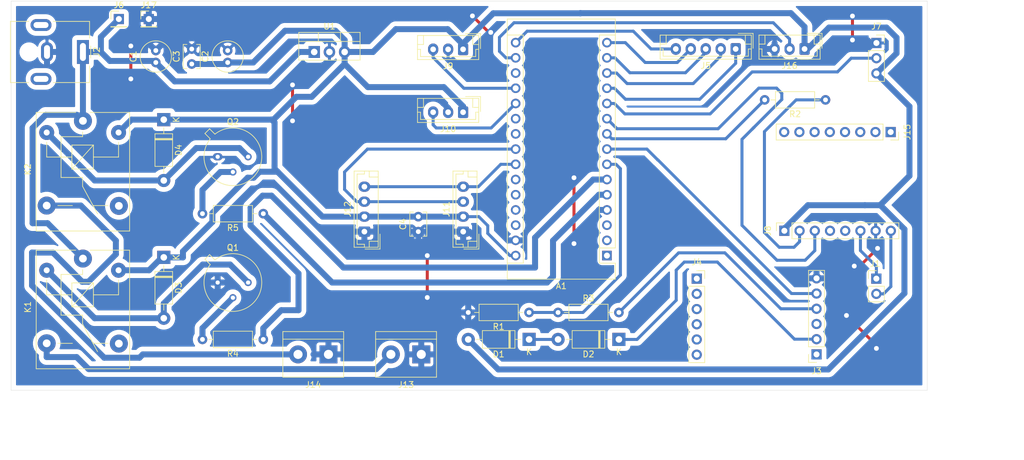
<source format=kicad_pcb>
(kicad_pcb (version 20171130) (host pcbnew "(5.1.9)-1")
  (layers (0 F.Cu signal) (31 B.Cu signal) (34 B.Paste user) (35 F.Paste user) (36 B.SilkS user) (37 F.SilkS user) (38 B.Mask user) (39 F.Mask user) (44 Edge.Cuts user))
  (net 0 "")
  (net 1 "Net-(A1-Pad1)")
  (net 2 +3V3)
  (net 3 "Net-(A1-Pad2)")
  (net 4 "Net-(A1-Pad18)")
  (net 5 "Net-(A1-Pad3)")
  (net 6 "Net-(A1-Pad19)")
  (net 7 GND)
  (net 8 "Net-(A1-Pad20)")
  (net 9 /Cooler)
  (net 10 "Net-(A1-Pad21)")
  (net 11 /Bornera_grande)
  (net 12 "Net-(A1-Pad22)")
  (net 13 /TXD_GSM)
  (net 14 /SDA)
  (net 15 /RXD_GSM)
  (net 16 /SCL)
  (net 17 "Net-(A1-Pad9)")
  (net 18 "Net-(A1-Pad25)")
  (net 19 /TX_MP3)
  (net 20 "Net-(A1-Pad26)")
  (net 21 "Net-(A1-Pad11)")
  (net 22 "Net-(A1-Pad27)")
  (net 23 "Net-(A1-Pad12)")
  (net 24 "Net-(A1-Pad28)")
  (net 25 "Net-(A1-Pad13)")
  (net 26 "Net-(A1-Pad14)")
  (net 27 +5V)
  (net 28 "Net-(A1-Pad15)")
  (net 29 "Net-(A1-Pad16)")
  (net 30 +12V)
  (net 31 "Net-(D1-Pad1)")
  (net 32 "Net-(D2-Pad1)")
  (net 33 "Net-(D3-Pad2)")
  (net 34 "Net-(D4-Pad2)")
  (net 35 "Net-(J1-Pad1)")
  (net 36 "Net-(J1-Pad2)")
  (net 37 /RX_MP3)
  (net 38 "Net-(J4-Pad2)")
  (net 39 "Net-(J13-Pad2)")
  (net 40 "Net-(J14-Pad2)")
  (net 41 "Net-(K1-Pad4)")
  (net 42 "Net-(K2-Pad4)")
  (net 43 "Net-(Q1-Pad2)")
  (net 44 "Net-(Q2-Pad2)")
  (net 45 "Net-(J4-Pad3)")
  (net 46 "Net-(J3-Pad4)")
  (net 47 "Net-(J3-Pad3)")
  (net 48 "Net-(J3-Pad1)")
  (net 49 "Net-(J4-Pad6)")
  (net 50 "Net-(J4-Pad5)")
  (net 51 "Net-(J4-Pad4)")
  (net 52 "Net-(J4-Pad1)")
  (net 53 "Net-(J8-Pad5)")
  (net 54 "Net-(J8-Pad4)")
  (net 55 "Net-(J15-Pad8)")
  (net 56 "Net-(J15-Pad7)")
  (net 57 "Net-(J15-Pad6)")
  (net 58 "Net-(J15-Pad5)")
  (net 59 "Net-(J15-Pad4)")
  (net 60 "Net-(J15-Pad3)")
  (net 61 "Net-(J15-Pad2)")
  (net 62 "Net-(J15-Pad1)")
  (module Connector_PinHeader_2.54mm:PinHeader_1x02_P2.54mm_Vertical (layer F.Cu) (at 197.99 94.35)
    (fp_text reference J1 (at -0.2 -2.5) (layer F.SilkS))
    (fp_text value Conn_01x02_Female)
    (pad 1 thru_hole rect (at 0 0) (size 1.7 1.7) (drill 1) (layers *.Cu *.Mask) (net 35 "Net-(J1-Pad1)"))
    (pad 2 thru_hole oval (at 0 2.54) (size 1.7 1.7) (drill 1) (layers *.Cu *.Mask) (net 36 "Net-(J1-Pad2)"))
  )
  (module Connector_PinHeader_2.54mm:PinHeader_1x01_P2.54mm_Vertical (layer F.Cu) (at 76.5 51)
    (fp_text reference J17 (at 0 -2.33) (layer F.SilkS))
    (fp_text value Conn_01x01_Male)
    (pad 1 thru_hole rect (at 0 0) (size 1.7 1.7) (drill 1) (layers *.Cu *.Mask) (net 7 GND))
  )
  (module Connector_JST:JST_EH_B3B-EH-A_1x03_P2.50mm_Vertical (layer F.Cu) (at 186 56 180)
    (fp_text reference J16 (at 2.5 -2.8) (layer F.SilkS))
    (fp_text value Conn_01x03_Female)
    (pad 3 thru_hole oval (at 5 0 180) (size 1.7 1.95) (drill 0.95) (layers *.Cu *.Mask) (net 7 GND))
    (pad 2 thru_hole oval (at 2.5 0 180) (size 1.7 1.95) (drill 0.95) (layers *.Cu *.Mask) (net 2 +3V3))
    (pad 1 thru_hole roundrect (at 0 0 180) (size 1.7 1.95) (drill 0.95) (layers *.Cu *.Mask) (roundrect_rratio 0.1470588235294118) (net 27 +5V))
  )
  (module Connector_PinHeader_2.54mm:PinHeader_1x01_P2.54mm_Vertical (layer F.Cu) (at 71.5 51)
    (fp_text reference J6 (at 0 -2.33) (layer F.SilkS))
    (fp_text value Conn_01x01_Male)
    (pad 1 thru_hole rect (at 0 0) (size 1.7 1.7) (drill 1) (layers *.Cu *.Mask) (net 30 +12V))
  )
  (module Connector_JST:JST_EH_B3B-EH-A_1x03_P2.50mm_Vertical (layer F.Cu) (at 128.98 66.56 180)
    (fp_text reference J10 (at 2.5 -2.8) (layer F.SilkS))
    (fp_text value Conn_01x03_Female)
    (pad 1 thru_hole roundrect (at 0 0 180) (size 1.7 1.95) (drill 0.95) (layers *.Cu *.Mask) (roundrect_rratio 0.1470588235294118) (net 27 +5V))
    (pad 2 thru_hole oval (at 2.5 0 180) (size 1.7 1.95) (drill 0.95) (layers *.Cu *.Mask) (net 7 GND))
    (pad 3 thru_hole oval (at 5 0 180) (size 1.7 1.95) (drill 0.95) (layers *.Cu *.Mask) (net 8 "Net-(A1-Pad20)"))
  )
  (module Capacitor_THT:C_Disc_D3.8mm_W2.6mm_P2.50mm (layer F.Cu) (at 121.5 86.5 90)
    (fp_text reference C4 (at 1.25 -2.55 90) (layer F.SilkS))
    (fp_text value 0.1u)
    (pad 2 thru_hole circle (at 2.5 0 90) (size 1.6 1.6) (drill 0.8) (layers *.Cu *.Mask) (net 27 +5V))
    (pad 1 thru_hole circle (at 0 0 90) (size 1.6 1.6) (drill 0.8) (layers *.Cu *.Mask) (net 7 GND))
  )
  (module TerminalBlock:TerminalBlock_bornier-2_P5.08mm (layer F.Cu) (at 106.5 107 180)
    (fp_text reference J14 (at 2.54 -5.08) (layer F.SilkS))
    (fp_text value Conn_01x02_Female)
    (pad 2 thru_hole circle (at 5.08 0 180) (size 3 3) (drill 1.52) (layers *.Cu *.Mask) (net 40 "Net-(J14-Pad2)"))
    (pad 1 thru_hole rect (at 0 0 180) (size 3 3) (drill 1.52) (layers *.Cu *.Mask) (net 7 GND))
  )
  (module TerminalBlock:TerminalBlock_bornier-2_P5.08mm (layer F.Cu) (at 122 107 180)
    (fp_text reference J13 (at 2.54 -5.08) (layer F.SilkS))
    (fp_text value Conn_01x02_Female)
    (pad 2 thru_hole circle (at 5.08 0 180) (size 3 3) (drill 1.52) (layers *.Cu *.Mask) (net 39 "Net-(J13-Pad2)"))
    (pad 1 thru_hole rect (at 0 0 180) (size 3 3) (drill 1.52) (layers *.Cu *.Mask) (net 7 GND))
  )
  (module Connector_JST:JST_EH_B3B-EH-A_1x03_P2.50mm_Vertical (layer F.Cu) (at 128.98 56.06 180)
    (fp_text reference J9 (at 2.5 -2.8 180) (layer F.SilkS))
    (fp_text value Conn_01x03_Female)
    (pad 3 thru_hole oval (at 5 0 180) (size 1.7 1.95) (drill 0.95) (layers *.Cu *.Mask) (net 6 "Net-(A1-Pad19)"))
    (pad 2 thru_hole oval (at 2.5 0 180) (size 1.7 1.95) (drill 0.95) (layers *.Cu *.Mask) (net 7 GND))
    (pad 1 thru_hole roundrect (at 0 0 180) (size 1.7 1.95) (drill 0.95) (layers *.Cu *.Mask) (roundrect_rratio 0.1470588235294118) (net 27 +5V))
  )
  (module Connector_PinSocket_2.54mm:PinSocket_1x03_P2.54mm_Vertical (layer F.Cu) (at 198 55)
    (fp_text reference J7 (at 0 -2.77) (layer F.SilkS))
    (fp_text value Conn_01x03_Female)
    (pad 3 thru_hole oval (at 0 5.08) (size 1.7 1.7) (drill 1) (layers *.Cu *.Mask) (net 27 +5V))
    (pad 2 thru_hole oval (at 0 2.54) (size 1.7 1.7) (drill 1) (layers *.Cu *.Mask) (net 21 "Net-(A1-Pad11)"))
    (pad 1 thru_hole rect (at 0 0) (size 1.7 1.7) (drill 1) (layers *.Cu *.Mask) (net 7 GND))
  )
  (module Module:Arduino_Nano (layer F.Cu) (at 153 90.5 180)
    (fp_text reference A1 (at 7.62 -5.08) (layer F.SilkS))
    (fp_text value Arduino_Nano)
    (pad 1 thru_hole rect (at 0 0 180) (size 1.6 1.6) (drill 1) (layers *.Cu *.Mask) (net 1 "Net-(A1-Pad1)"))
    (pad 17 thru_hole oval (at 15.24 33.02 180) (size 1.6 1.6) (drill 1) (layers *.Cu *.Mask) (net 2 +3V3))
    (pad 2 thru_hole oval (at 0 2.54 180) (size 1.6 1.6) (drill 1) (layers *.Cu *.Mask) (net 3 "Net-(A1-Pad2)"))
    (pad 18 thru_hole oval (at 15.24 30.48 180) (size 1.6 1.6) (drill 1) (layers *.Cu *.Mask) (net 4 "Net-(A1-Pad18)"))
    (pad 3 thru_hole oval (at 0 5.08 180) (size 1.6 1.6) (drill 1) (layers *.Cu *.Mask) (net 5 "Net-(A1-Pad3)"))
    (pad 19 thru_hole oval (at 15.24 27.94 180) (size 1.6 1.6) (drill 1) (layers *.Cu *.Mask) (net 6 "Net-(A1-Pad19)"))
    (pad 4 thru_hole oval (at 0 7.62 180) (size 1.6 1.6) (drill 1) (layers *.Cu *.Mask) (net 7 GND))
    (pad 20 thru_hole oval (at 15.24 25.4 180) (size 1.6 1.6) (drill 1) (layers *.Cu *.Mask) (net 8 "Net-(A1-Pad20)"))
    (pad 5 thru_hole oval (at 0 10.16 180) (size 1.6 1.6) (drill 1) (layers *.Cu *.Mask) (net 9 /Cooler))
    (pad 21 thru_hole oval (at 15.24 22.86 180) (size 1.6 1.6) (drill 1) (layers *.Cu *.Mask) (net 10 "Net-(A1-Pad21)"))
    (pad 6 thru_hole oval (at 0 12.7 180) (size 1.6 1.6) (drill 1) (layers *.Cu *.Mask) (net 11 /Bornera_grande))
    (pad 22 thru_hole oval (at 15.24 20.32 180) (size 1.6 1.6) (drill 1) (layers *.Cu *.Mask) (net 12 "Net-(A1-Pad22)"))
    (pad 7 thru_hole oval (at 0 15.24 180) (size 1.6 1.6) (drill 1) (layers *.Cu *.Mask) (net 15 /RXD_GSM))
    (pad 23 thru_hole oval (at 15.24 17.78 180) (size 1.6 1.6) (drill 1) (layers *.Cu *.Mask) (net 14 /SDA))
    (pad 8 thru_hole oval (at 0 17.78 180) (size 1.6 1.6) (drill 1) (layers *.Cu *.Mask) (net 13 /TXD_GSM))
    (pad 24 thru_hole oval (at 15.24 15.24 180) (size 1.6 1.6) (drill 1) (layers *.Cu *.Mask) (net 16 /SCL))
    (pad 9 thru_hole oval (at 0 20.32 180) (size 1.6 1.6) (drill 1) (layers *.Cu *.Mask) (net 17 "Net-(A1-Pad9)"))
    (pad 25 thru_hole oval (at 15.24 12.7 180) (size 1.6 1.6) (drill 1) (layers *.Cu *.Mask) (net 18 "Net-(A1-Pad25)"))
    (pad 10 thru_hole oval (at 0 22.86 180) (size 1.6 1.6) (drill 1) (layers *.Cu *.Mask) (net 19 /TX_MP3))
    (pad 26 thru_hole oval (at 15.24 10.16 180) (size 1.6 1.6) (drill 1) (layers *.Cu *.Mask) (net 20 "Net-(A1-Pad26)"))
    (pad 11 thru_hole oval (at 0 25.4 180) (size 1.6 1.6) (drill 1) (layers *.Cu *.Mask) (net 21 "Net-(A1-Pad11)"))
    (pad 27 thru_hole oval (at 15.24 7.62 180) (size 1.6 1.6) (drill 1) (layers *.Cu *.Mask) (net 22 "Net-(A1-Pad27)"))
    (pad 12 thru_hole oval (at 0 27.94 180) (size 1.6 1.6) (drill 1) (layers *.Cu *.Mask) (net 23 "Net-(A1-Pad12)"))
    (pad 28 thru_hole oval (at 15.24 5.08 180) (size 1.6 1.6) (drill 1) (layers *.Cu *.Mask) (net 24 "Net-(A1-Pad28)"))
    (pad 13 thru_hole oval (at 0 30.48 180) (size 1.6 1.6) (drill 1) (layers *.Cu *.Mask) (net 25 "Net-(A1-Pad13)"))
    (pad 29 thru_hole oval (at 15.24 2.54 180) (size 1.6 1.6) (drill 1) (layers *.Cu *.Mask) (net 7 GND))
    (pad 14 thru_hole oval (at 0 33.02 180) (size 1.6 1.6) (drill 1) (layers *.Cu *.Mask) (net 26 "Net-(A1-Pad14)"))
    (pad 30 thru_hole oval (at 15.24 0 180) (size 1.6 1.6) (drill 1) (layers *.Cu *.Mask) (net 27 +5V))
    (pad 15 thru_hole oval (at 0 35.56 180) (size 1.6 1.6) (drill 1) (layers *.Cu *.Mask) (net 28 "Net-(A1-Pad15)"))
    (pad 16 thru_hole oval (at 15.24 35.56 180) (size 1.6 1.6) (drill 1) (layers *.Cu *.Mask) (net 29 "Net-(A1-Pad16)"))
  )
  (module Connector_PinSocket_2.54mm:PinSocket_1x08_P2.54mm_Vertical (layer F.Cu) (at 200.38 69.87 270)
    (fp_text reference J15 (at 0 -2.77 90) (layer F.SilkS))
    (fp_text value Conn_01x08_Female)
    (pad 8 thru_hole oval (at 0 17.78 270) (size 1.7 1.7) (drill 1) (layers *.Cu *.Mask) (net 55 "Net-(J15-Pad8)"))
    (pad 7 thru_hole oval (at 0 15.24 270) (size 1.7 1.7) (drill 1) (layers *.Cu *.Mask) (net 56 "Net-(J15-Pad7)"))
    (pad 6 thru_hole oval (at 0 12.7 270) (size 1.7 1.7) (drill 1) (layers *.Cu *.Mask) (net 57 "Net-(J15-Pad6)"))
    (pad 5 thru_hole oval (at 0 10.16 270) (size 1.7 1.7) (drill 1) (layers *.Cu *.Mask) (net 58 "Net-(J15-Pad5)"))
    (pad 4 thru_hole oval (at 0 7.62 270) (size 1.7 1.7) (drill 1) (layers *.Cu *.Mask) (net 59 "Net-(J15-Pad4)"))
    (pad 3 thru_hole oval (at 0 5.08 270) (size 1.7 1.7) (drill 1) (layers *.Cu *.Mask) (net 60 "Net-(J15-Pad3)"))
    (pad 2 thru_hole oval (at 0 2.54 270) (size 1.7 1.7) (drill 1) (layers *.Cu *.Mask) (net 61 "Net-(J15-Pad2)"))
    (pad 1 thru_hole rect (at 0 0 270) (size 1.7 1.7) (drill 1) (layers *.Cu *.Mask) (net 62 "Net-(J15-Pad1)"))
  )
  (module Connector_PinSocket_2.54mm:PinSocket_1x08_P2.54mm_Vertical (layer F.Cu) (at 182.63 86.36 90)
    (fp_text reference J8 (at 0 -2.77 90) (layer F.SilkS))
    (fp_text value Conn_01x08_Female)
    (pad 8 thru_hole oval (at 0 17.78 90) (size 1.7 1.7) (drill 1) (layers *.Cu *.Mask) (net 36 "Net-(J1-Pad2)"))
    (pad 7 thru_hole oval (at 0 15.24 90) (size 1.7 1.7) (drill 1) (layers *.Cu *.Mask) (net 7 GND))
    (pad 6 thru_hole oval (at 0 12.7 90) (size 1.7 1.7) (drill 1) (layers *.Cu *.Mask) (net 35 "Net-(J1-Pad1)"))
    (pad 5 thru_hole oval (at 0 10.16 90) (size 1.7 1.7) (drill 1) (layers *.Cu *.Mask) (net 53 "Net-(J8-Pad5)"))
    (pad 4 thru_hole oval (at 0 7.62 90) (size 1.7 1.7) (drill 1) (layers *.Cu *.Mask) (net 54 "Net-(J8-Pad4)"))
    (pad 3 thru_hole oval (at 0 5.08 90) (size 1.7 1.7) (drill 1) (layers *.Cu *.Mask) (net 19 /TX_MP3))
    (pad 2 thru_hole oval (at 0 2.54 90) (size 1.7 1.7) (drill 1) (layers *.Cu *.Mask) (net 37 /RX_MP3))
    (pad 1 thru_hole rect (at 0 0 90) (size 1.7 1.7) (drill 1) (layers *.Cu *.Mask) (net 27 +5V))
  )
  (module Connector_PinSocket_2.54mm:PinSocket_1x06_P2.54mm_Vertical (layer F.Cu) (at 168 94.35)
    (fp_text reference J4 (at 0 -2.77) (layer F.SilkS))
    (fp_text value Conn_01x06_Female)
    (pad 6 thru_hole oval (at 0 12.7) (size 1.7 1.7) (drill 1) (layers *.Cu *.Mask) (net 49 "Net-(J4-Pad6)"))
    (pad 5 thru_hole oval (at 0 10.16) (size 1.7 1.7) (drill 1) (layers *.Cu *.Mask) (net 50 "Net-(J4-Pad5)"))
    (pad 4 thru_hole oval (at 0 7.62) (size 1.7 1.7) (drill 1) (layers *.Cu *.Mask) (net 51 "Net-(J4-Pad4)"))
    (pad 3 thru_hole oval (at 0 5.08) (size 1.7 1.7) (drill 1) (layers *.Cu *.Mask) (net 45 "Net-(J4-Pad3)"))
    (pad 2 thru_hole oval (at 0 2.54) (size 1.7 1.7) (drill 1) (layers *.Cu *.Mask) (net 38 "Net-(J4-Pad2)"))
    (pad 1 thru_hole rect (at 0 0) (size 1.7 1.7) (drill 1) (layers *.Cu *.Mask) (net 52 "Net-(J4-Pad1)"))
  )
  (module Connector_PinSocket_2.54mm:PinSocket_1x06_P2.54mm_Vertical (layer F.Cu) (at 188 107 180)
    (fp_text reference J3 (at 0 -2.77) (layer F.SilkS))
    (fp_text value Conn_01x06_Female)
    (pad 6 thru_hole oval (at 0 12.7 180) (size 1.7 1.7) (drill 1) (layers *.Cu *.Mask) (net 7 GND))
    (pad 5 thru_hole oval (at 0 10.16 180) (size 1.7 1.7) (drill 1) (layers *.Cu *.Mask) (net 13 /TXD_GSM))
    (pad 4 thru_hole oval (at 0 7.62 180) (size 1.7 1.7) (drill 1) (layers *.Cu *.Mask) (net 46 "Net-(J3-Pad4)"))
    (pad 3 thru_hole oval (at 0 5.08 180) (size 1.7 1.7) (drill 1) (layers *.Cu *.Mask) (net 47 "Net-(J3-Pad3)"))
    (pad 2 thru_hole oval (at 0 2.54 180) (size 1.7 1.7) (drill 1) (layers *.Cu *.Mask) (net 32 "Net-(D2-Pad1)"))
    (pad 1 thru_hole rect (at 0 0 180) (size 1.7 1.7) (drill 1) (layers *.Cu *.Mask) (net 48 "Net-(J3-Pad1)"))
  )
  (module Diode_THT:D_DO-41_SOD81_P10.16mm_Horizontal (layer F.Cu) (at 79 90.8 270)
    (fp_text reference D3 (at 5.08 -2.47 270) (layer F.SilkS))
    (fp_text value 1N4004)
    (fp_text user K (at 0 -2.1 270) (layer F.SilkS))
    (pad 1 thru_hole rect (at 0 0 270) (size 2.2 2.2) (drill 1.1) (layers *.Cu *.Mask) (net 27 +5V))
    (pad 2 thru_hole oval (at 10.16 0 270) (size 2.2 2.2) (drill 1.1) (layers *.Cu *.Mask) (net 33 "Net-(D3-Pad2)"))
  )
  (module Capacitor_THT:C_Disc_D3.8mm_W2.6mm_P2.50mm (layer F.Cu) (at 83.67 58.51 90)
    (fp_text reference C3 (at 1.25 -2.55 90) (layer F.SilkS))
    (fp_text value 0.1u)
    (pad 2 thru_hole circle (at 2.5 0 90) (size 1.6 1.6) (drill 0.8) (layers *.Cu *.Mask) (net 7 GND))
    (pad 1 thru_hole circle (at 0 0 90) (size 1.6 1.6) (drill 0.8) (layers *.Cu *.Mask) (net 27 +5V))
  )
  (module Capacitor_THT:C_Radial_D5.0mm_H11.0mm_P2.00mm (layer F.Cu) (at 77.67 58.26 90)
    (fp_text reference C1 (at 1 -3.75 90) (layer F.SilkS))
    (fp_text value 0.33u)
    (pad 2 thru_hole circle (at 2 0 90) (size 1.6 1.6) (drill 0.8) (layers *.Cu *.Mask) (net 7 GND))
    (pad 1 thru_hole circle (at 0 0 90) (size 1.6 1.6) (drill 0.8) (layers *.Cu *.Mask) (net 30 +12V))
  )
  (module Capacitor_THT:C_Radial_D5.0mm_H11.0mm_P2.00mm (layer F.Cu) (at 89.67 58.26 90)
    (fp_text reference C2 (at 1 -3.75 90) (layer F.SilkS))
    (fp_text value 100u)
    (pad 1 thru_hole circle (at 0 0 90) (size 1.6 1.6) (drill 0.8) (layers *.Cu *.Mask) (net 27 +5V))
    (pad 2 thru_hole circle (at 2 0 90) (size 1.6 1.6) (drill 0.8) (layers *.Cu *.Mask) (net 7 GND))
  )
  (module Diode_THT:D_DO-41_SOD81_P10.16mm_Horizontal (layer F.Cu) (at 140 104.5 180)
    (fp_text reference D1 (at 5.08 -2.47 180) (layer F.SilkS))
    (fp_text value 1N4007)
    (fp_text user K (at 0 -2.1 180) (layer F.SilkS))
    (pad 1 thru_hole rect (at 0 0 180) (size 2.2 2.2) (drill 1.1) (layers *.Cu *.Mask) (net 31 "Net-(D1-Pad1)"))
    (pad 2 thru_hole oval (at 10.16 0 180) (size 2.2 2.2) (drill 1.1) (layers *.Cu *.Mask) (net 27 +5V))
  )
  (module Diode_THT:D_DO-41_SOD81_P10.16mm_Horizontal (layer F.Cu) (at 155 104.5 180)
    (fp_text reference D2 (at 5.08 -2.47) (layer F.SilkS))
    (fp_text value 1N4007)
    (fp_text user K (at 0 -2.1) (layer F.SilkS))
    (pad 2 thru_hole oval (at 10.16 0 180) (size 2.2 2.2) (drill 1.1) (layers *.Cu *.Mask) (net 31 "Net-(D1-Pad1)"))
    (pad 1 thru_hole rect (at 0 0 180) (size 2.2 2.2) (drill 1.1) (layers *.Cu *.Mask) (net 32 "Net-(D2-Pad1)"))
  )
  (module Diode_THT:D_DO-41_SOD81_P10.16mm_Horizontal (layer F.Cu) (at 79 67.8 270)
    (fp_text reference D4 (at 5.08 -2.47 270) (layer F.SilkS))
    (fp_text value 1N4004)
    (fp_text user K (at 0 -2.1 270) (layer F.SilkS))
    (pad 2 thru_hole oval (at 10.16 0 270) (size 2.2 2.2) (drill 1.1) (layers *.Cu *.Mask) (net 34 "Net-(D4-Pad2)"))
    (pad 1 thru_hole rect (at 0 0 270) (size 2.2 2.2) (drill 1.1) (layers *.Cu *.Mask) (net 27 +5V))
  )
  (module Connector_JST:JST_EH_B5B-EH-A_1x05_P2.50mm_Vertical (layer F.Cu) (at 174.5 56 180)
    (fp_text reference J5 (at 5 -2.8 180) (layer F.SilkS))
    (fp_text value Conn_01x05_Female)
    (pad 1 thru_hole roundrect (at 0 0 180) (size 1.7 1.95) (drill 0.95) (layers *.Cu *.Mask) (roundrect_rratio 0.1470588235294118) (net 23 "Net-(A1-Pad12)"))
    (pad 2 thru_hole oval (at 2.5 0 180) (size 1.7 1.95) (drill 0.95) (layers *.Cu *.Mask) (net 25 "Net-(A1-Pad13)"))
    (pad 3 thru_hole oval (at 5 0 180) (size 1.7 1.95) (drill 0.95) (layers *.Cu *.Mask) (net 26 "Net-(A1-Pad14)"))
    (pad 4 thru_hole oval (at 7.5 0 180) (size 1.7 1.95) (drill 0.95) (layers *.Cu *.Mask) (net 28 "Net-(A1-Pad15)"))
    (pad 5 thru_hole oval (at 10 0 180) (size 1.7 1.95) (drill 0.95) (layers *.Cu *.Mask) (net 29 "Net-(A1-Pad16)"))
  )
  (module Connector_JST:JST_EH_B4B-EH-A_1x04_P2.50mm_Vertical (layer F.Cu) (at 129 86.5 90)
    (fp_text reference J11 (at 3.75 -2.8 90) (layer F.SilkS))
    (fp_text value Conn_01x04_Female)
    (pad 1 thru_hole roundrect (at 0 0 90) (size 1.7 1.95) (drill 0.95) (layers *.Cu *.Mask) (roundrect_rratio 0.1470588235294118) (net 7 GND))
    (pad 2 thru_hole oval (at 2.5 0 90) (size 1.7 1.95) (drill 0.95) (layers *.Cu *.Mask) (net 27 +5V))
    (pad 3 thru_hole oval (at 5 0 90) (size 1.7 1.95) (drill 0.95) (layers *.Cu *.Mask) (net 14 /SDA))
    (pad 4 thru_hole oval (at 7.5 0 90) (size 1.7 1.95) (drill 0.95) (layers *.Cu *.Mask) (net 16 /SCL))
  )
  (module Connector_JST:JST_EH_B4B-EH-A_1x04_P2.50mm_Vertical (layer F.Cu) (at 112.5 86.5 90)
    (fp_text reference J12 (at 3.75 -2.8 90) (layer F.SilkS))
    (fp_text value Conn_01x04_Female)
    (pad 4 thru_hole oval (at 7.5 0 90) (size 1.7 1.95) (drill 0.95) (layers *.Cu *.Mask) (net 16 /SCL))
    (pad 3 thru_hole oval (at 5 0 90) (size 1.7 1.95) (drill 0.95) (layers *.Cu *.Mask) (net 14 /SDA))
    (pad 2 thru_hole oval (at 2.5 0 90) (size 1.7 1.95) (drill 0.95) (layers *.Cu *.Mask) (net 27 +5V))
    (pad 1 thru_hole roundrect (at 0 0 90) (size 1.7 1.95) (drill 0.95) (layers *.Cu *.Mask) (roundrect_rratio 0.1470588235294118) (net 7 GND))
  )
  (module Relay_THT:Relay_SPDT_SANYOU_SRD_Series_Form_C (layer F.Cu) (at 65.5 91 270)
    (fp_text reference K1 (at 8.1 9.2 90) (layer F.SilkS))
    (fp_text value SANYOU_SRD_Form_C)
    (pad 2 thru_hole circle (at 1.95 6.05) (size 2.5 2.5) (drill 1) (layers *.Cu *.Mask) (net 33 "Net-(D3-Pad2)"))
    (pad 3 thru_hole circle (at 14.15 6.05) (size 3 3) (drill 1.3) (layers *.Cu *.Mask) (net 39 "Net-(J13-Pad2)"))
    (pad 4 thru_hole circle (at 14.2 -6) (size 3 3) (drill 1.3) (layers *.Cu *.Mask) (net 41 "Net-(K1-Pad4)"))
    (pad 5 thru_hole circle (at 1.95 -5.95) (size 2.5 2.5) (drill 1) (layers *.Cu *.Mask) (net 27 +5V))
    (pad 1 thru_hole circle (at 0 0) (size 3 3) (drill 1.3) (layers *.Cu *.Mask) (net 30 +12V))
  )
  (module Relay_THT:Relay_SPDT_SANYOU_SRD_Series_Form_C (layer F.Cu) (at 65.5 68 270)
    (fp_text reference K2 (at 8.1 9.2 90) (layer F.SilkS))
    (fp_text value SANYOU_SRD_Form_C)
    (pad 1 thru_hole circle (at 0 0) (size 3 3) (drill 1.3) (layers *.Cu *.Mask) (net 30 +12V))
    (pad 5 thru_hole circle (at 1.95 -5.95) (size 2.5 2.5) (drill 1) (layers *.Cu *.Mask) (net 27 +5V))
    (pad 4 thru_hole circle (at 14.2 -6) (size 3 3) (drill 1.3) (layers *.Cu *.Mask) (net 42 "Net-(K2-Pad4)"))
    (pad 3 thru_hole circle (at 14.15 6.05) (size 3 3) (drill 1.3) (layers *.Cu *.Mask) (net 40 "Net-(J14-Pad2)"))
    (pad 2 thru_hole circle (at 1.95 6.05) (size 2.5 2.5) (drill 1) (layers *.Cu *.Mask) (net 34 "Net-(D4-Pad2)"))
  )
  (module Package_TO_SOT_THT:TO-39-3 (layer F.Cu) (at 88 95)
    (fp_text reference Q1 (at 2.54 -5.82 180) (layer F.SilkS))
    (fp_text value 2N2219)
    (pad 1 thru_hole oval (at 0 0) (size 1.6 1.2) (drill 0.7) (layers *.Cu *.Mask) (net 7 GND))
    (pad 2 thru_hole oval (at 2.54 2.54) (size 1.2 1.2) (drill 0.7) (layers *.Cu *.Mask) (net 43 "Net-(Q1-Pad2)"))
    (pad 3 thru_hole oval (at 5.08 0) (size 1.2 1.2) (drill 0.7) (layers *.Cu *.Mask) (net 33 "Net-(D3-Pad2)"))
  )
  (module Package_TO_SOT_THT:TO-39-3 (layer F.Cu) (at 88 74)
    (fp_text reference Q2 (at 2.54 -5.82 180) (layer F.SilkS))
    (fp_text value 2N2219)
    (pad 3 thru_hole oval (at 5.08 0) (size 1.2 1.2) (drill 0.7) (layers *.Cu *.Mask) (net 34 "Net-(D4-Pad2)"))
    (pad 2 thru_hole oval (at 2.54 2.54) (size 1.2 1.2) (drill 0.7) (layers *.Cu *.Mask) (net 44 "Net-(Q2-Pad2)"))
    (pad 1 thru_hole oval (at 0 0) (size 1.6 1.2) (drill 0.7) (layers *.Cu *.Mask) (net 7 GND))
  )
  (module Resistor_THT:R_Axial_DIN0207_L6.3mm_D2.5mm_P10.16mm_Horizontal (layer F.Cu) (at 140 100 180)
    (fp_text reference R1 (at 5.08 -2.37 180) (layer F.SilkS))
    (fp_text value 1k)
    (pad 1 thru_hole circle (at 0 0 180) (size 1.6 1.6) (drill 0.8) (layers *.Cu *.Mask) (net 15 /RXD_GSM))
    (pad 2 thru_hole oval (at 10.16 0 180) (size 1.6 1.6) (drill 0.8) (layers *.Cu *.Mask) (net 7 GND))
  )
  (module Resistor_THT:R_Axial_DIN0207_L6.3mm_D2.5mm_P10.16mm_Horizontal (layer F.Cu) (at 189.5 64.5 180)
    (fp_text reference R2 (at 5.08 -2.37) (layer F.SilkS))
    (fp_text value 1k)
    (pad 1 thru_hole circle (at 0 0 180) (size 1.6 1.6) (drill 0.8) (layers *.Cu *.Mask) (net 37 /RX_MP3))
    (pad 2 thru_hole oval (at 10.16 0 180) (size 1.6 1.6) (drill 0.8) (layers *.Cu *.Mask) (net 17 "Net-(A1-Pad9)"))
  )
  (module Resistor_THT:R_Axial_DIN0207_L6.3mm_D2.5mm_P10.16mm_Horizontal (layer F.Cu) (at 144.84 100)
    (fp_text reference R3 (at 5.08 -2.37 180) (layer F.SilkS))
    (fp_text value 1k)
    (pad 2 thru_hole oval (at 10.16 0) (size 1.6 1.6) (drill 0.8) (layers *.Cu *.Mask) (net 46 "Net-(J3-Pad4)"))
    (pad 1 thru_hole circle (at 0 0) (size 1.6 1.6) (drill 0.8) (layers *.Cu *.Mask) (net 15 /RXD_GSM))
  )
  (module Resistor_THT:R_Axial_DIN0207_L6.3mm_D2.5mm_P10.16mm_Horizontal (layer F.Cu) (at 95.62 104.5 180)
    (fp_text reference R4 (at 5.08 -2.37) (layer F.SilkS))
    (fp_text value 1k)
    (pad 1 thru_hole circle (at 0 0 180) (size 1.6 1.6) (drill 0.8) (layers *.Cu *.Mask) (net 11 /Bornera_grande))
    (pad 2 thru_hole oval (at 10.16 0 180) (size 1.6 1.6) (drill 0.8) (layers *.Cu *.Mask) (net 43 "Net-(Q1-Pad2)"))
  )
  (module Resistor_THT:R_Axial_DIN0207_L6.3mm_D2.5mm_P10.16mm_Horizontal (layer F.Cu) (at 95.62 83.5 180)
    (fp_text reference R5 (at 5.08 -2.37) (layer F.SilkS))
    (fp_text value 1k)
    (pad 2 thru_hole oval (at 10.16 0 180) (size 1.6 1.6) (drill 0.8) (layers *.Cu *.Mask) (net 44 "Net-(Q2-Pad2)"))
    (pad 1 thru_hole circle (at 0 0 180) (size 1.6 1.6) (drill 0.8) (layers *.Cu *.Mask) (net 9 /Cooler))
  )
  (module Package_TO_SOT_THT:TO-220-3_Vertical (layer F.Cu) (at 104.12 56.5)
    (fp_text reference U1 (at 2.54 -4.27 180) (layer F.SilkS))
    (fp_text value LM7805_TO220)
    (pad 1 thru_hole rect (at 0 0) (size 1.905 2) (drill 1.1) (layers *.Cu *.Mask) (net 30 +12V))
    (pad 2 thru_hole oval (at 2.54 0) (size 1.905 2) (drill 1.1) (layers *.Cu *.Mask) (net 7 GND))
    (pad 3 thru_hole oval (at 5.08 0) (size 1.905 2) (drill 1.1) (layers *.Cu *.Mask) (net 27 +5V))
  )
  (module Connector_BarrelJack:BarrelJack_CUI_PJ-063AH_Horizontal (layer F.Cu) (at 65.5 56.5 270)
    (fp_text reference J2 (at 0 -2.3 90) (layer F.SilkS))
    (fp_text value Jack-DC)
    (pad 1 thru_hole rect (at 0 0 270) (size 4 2) (drill oval 3 1) (layers *.Cu *.Mask) (net 30 +12V))
    (pad 2 thru_hole oval (at 0 6 270) (size 3.3 2) (drill oval 2.3 1) (layers *.Cu *.Mask) (net 7 GND))
    (pad MP thru_hole oval (at -4.5 7 270) (size 2 3.5) (drill oval 1 2.5) (layers *.Cu *.Mask))
    (pad MP thru_hole oval (at 4.5 7 270) (size 2 3.5) (drill oval 1 2.5) (layers *.Cu *.Mask))
    (pad "" np_thru_hole circle (at 0 9 270) (size 1.6 1.6) (drill 1.6) (layers *.Cu *.Mask))
  )
  (gr_line (start 206.5 113) (end 53.5 113) (layer Edge.Cuts) (width 0.05))
  (gr_line (start 206.5 48) (end 206.5 113) (layer Edge.Cuts) (width 0.05))
  (gr_line (start 53.5 48) (end 206.5 48) (layer Edge.Cuts) (width 0.05))
  (gr_line (start 53.5 113) (end 53.5 48) (layer Edge.Cuts) (width 0.05))
  (via (at 133.6 53.23) (size 1.2) (drill 0.8) (layers F.Cu B.Cu) (net 7))
  (via (at 130.54 50.48) (size 1.2) (drill 0.8) (layers F.Cu B.Cu) (net 7))
  (segment (start 133.29 53.23) (end 130.54 50.48) (width 0.5) (layer F.Cu) (net 7))
  (segment (start 133.6 53.23) (end 133.29 53.23) (width 1) (layer F.Cu) (net 7))
  (segment (start 183.5 55) (end 183.5 56) (width 0.5) (layer B.Cu) (net 2))
  (segment (start 183.5 56) (end 183.5 54.34) (width 0.5) (layer B.Cu) (net 2))
  (segment (start 183.5 54.34) (end 180.78 51.62) (width 0.5) (layer B.Cu) (net 2))
  (segment (start 180.78 51.62) (end 137.48 51.62) (width 0.5) (layer B.Cu) (net 2))
  (segment (start 137.48 51.62) (end 135.05 54.05) (width 0.5) (layer B.Cu) (net 2))
  (segment (start 135.05 54.05) (end 135.05 56.39) (width 0.5) (layer B.Cu) (net 2))
  (segment (start 136.14 57.48) (end 137.76 57.48) (width 0.5) (layer B.Cu) (net 2))
  (segment (start 135.05 56.39) (end 136.14 57.48) (width 0.5) (layer B.Cu) (net 2))
  (segment (start 123.98 56.06) (end 123.98 56.18) (width 1) (layer B.Cu) (net 6))
  (segment (start 123.98 56.06) (end 123.98 57.43) (width 0.5) (layer B.Cu) (net 6))
  (segment (start 129.11 62.56) (end 137.76 62.56) (width 0.5) (layer B.Cu) (net 6))
  (segment (start 123.98 57.43) (end 129.11 62.56) (width 0.5) (layer B.Cu) (net 6))
  (via (at 123 97.5) (size 1.2) (drill 0.8) (layers F.Cu B.Cu) (net 7))
  (via (at 123 90.5) (size 1.2) (drill 0.8) (layers F.Cu B.Cu) (net 7))
  (via (at 194 50.5) (size 1.2) (drill 0.8) (layers F.Cu B.Cu) (net 7))
  (via (at 194 54.5) (size 1.2) (drill 0.8) (layers F.Cu B.Cu) (net 7))
  (segment (start 194 54.5) (end 194 50.5) (width 0.5) (layer F.Cu) (net 7))
  (via (at 73.5 61) (size 1.2) (drill 0.8) (layers F.Cu B.Cu) (net 7))
  (via (at 73.5 55.5) (size 1.2) (drill 0.8) (layers F.Cu B.Cu) (net 7))
  (via (at 147.5 88.5) (size 1.2) (drill 0.8) (layers F.Cu B.Cu) (net 7))
  (via (at 147.5 77.5) (size 1.2) (drill 0.8) (layers F.Cu B.Cu) (net 7))
  (segment (start 147.5 88.5) (end 147.5 79.5) (width 0.5) (layer F.Cu) (net 7))
  (via (at 100.5 62) (size 1.2) (drill 0.8) (layers F.Cu B.Cu) (net 7))
  (via (at 100.5 68) (size 1.2) (drill 0.8) (layers F.Cu B.Cu) (net 7))
  (segment (start 100.5 68) (end 100.5 62) (width 0.5) (layer F.Cu) (net 7))
  (via (at 193 100.5) (size 1.2) (drill 0.8) (layers F.Cu B.Cu) (net 7))
  (via (at 198 106) (size 1.2) (drill 0.8) (layers F.Cu B.Cu) (net 7))
  (segment (start 147.5 79.5) (end 147.5 77.5) (width 0.5) (layer F.Cu) (net 7))
  (segment (start 73.5 61) (end 73.5 55.5) (width 0.5) (layer F.Cu) (net 7))
  (segment (start 198 105.5) (end 198 106) (width 0.5) (layer F.Cu) (net 7))
  (segment (start 193 100.5) (end 198 105.5) (width 0.5) (layer F.Cu) (net 7))
  (segment (start 151.62 82.88) (end 153 82.88) (width 1) (layer B.Cu) (net 7))
  (segment (start 136.54 87.96) (end 137.76 87.96) (width 1) (layer B.Cu) (net 7))
  (segment (start 137.76 87.96) (end 138.96 87.96) (width 1) (layer B.Cu) (net 7))
  (segment (start 129 87.5) (end 129 86.5) (width 1) (layer B.Cu) (net 7))
  (segment (start 130 86.5) (end 130.5 87) (width 1) (layer B.Cu) (net 7))
  (segment (start 130 86.5) (end 129 86.5) (width 1) (layer B.Cu) (net 7))
  (segment (start 129 86.5) (end 126.5 86.5) (width 1) (layer B.Cu) (net 7))
  (segment (start 126.5 86.5) (end 121.5 86.5) (width 1) (layer B.Cu) (net 7))
  (segment (start 120 86.5) (end 121.5 86.5) (width 1) (layer B.Cu) (net 7))
  (segment (start 121.5 86.5) (end 121.5 87.5) (width 1) (layer B.Cu) (net 7))
  (segment (start 114.5 86.5) (end 112.5 86.5) (width 1) (layer B.Cu) (net 7))
  (segment (start 112.5 88.5) (end 112.5 86.5) (width 1) (layer B.Cu) (net 7))
  (segment (start 112.5 86.5) (end 110 86.5) (width 1) (layer B.Cu) (net 7))
  (segment (start 123 90.5) (end 123 97.5) (width 0.5) (layer F.Cu) (net 7))
  (segment (start 78.5 51) (end 76.5 51) (width 1) (layer B.Cu) (net 7))
  (segment (start 76.5 52.5) (end 76.5 51) (width 1) (layer B.Cu) (net 7))
  (segment (start 75 51) (end 76.5 51) (width 1) (layer B.Cu) (net 7))
  (segment (start 76.5 49.5) (end 76.5 51) (width 1) (layer B.Cu) (net 7))
  (segment (start 76.67 55.26) (end 77.67 56.26) (width 1) (layer B.Cu) (net 7))
  (segment (start 78.67 55.26) (end 77.67 56.26) (width 1) (layer B.Cu) (net 7))
  (segment (start 82.42 54.76) (end 83.67 56.01) (width 1) (layer B.Cu) (net 7))
  (segment (start 84.92 54.76) (end 83.67 56.01) (width 1) (layer B.Cu) (net 7))
  (segment (start 89.42 56.01) (end 89.67 56.26) (width 1) (layer B.Cu) (net 7))
  (segment (start 61.5 56.5) (end 59.5 56.5) (width 1) (layer B.Cu) (net 7))
  (segment (start 59.5 58.5) (end 59.5 56.5) (width 1) (layer B.Cu) (net 7))
  (segment (start 89 95) (end 88 95) (width 1) (layer B.Cu) (net 7))
  (segment (start 88 96) (end 88 95) (width 1) (layer B.Cu) (net 7))
  (segment (start 86 95) (end 88 95) (width 1) (layer B.Cu) (net 7))
  (segment (start 88 95) (end 88 94) (width 1) (layer B.Cu) (net 7))
  (segment (start 104 107) (end 106.5 107) (width 1) (layer B.Cu) (net 7))
  (segment (start 106.5 104.5) (end 106.5 107) (width 1) (layer B.Cu) (net 7))
  (segment (start 106.5 107) (end 109.5 107) (width 1) (layer B.Cu) (net 7))
  (segment (start 122 109.5) (end 122 107) (width 1) (layer B.Cu) (net 7))
  (segment (start 125 107) (end 122 107) (width 1) (layer B.Cu) (net 7))
  (segment (start 122 104.5) (end 122 107) (width 1) (layer B.Cu) (net 7))
  (segment (start 120 107) (end 122 107) (width 1) (layer B.Cu) (net 7))
  (segment (start 129.84 101.34) (end 129.84 100) (width 1) (layer B.Cu) (net 7))
  (segment (start 128 100) (end 129.84 100) (width 1) (layer B.Cu) (net 7))
  (segment (start 129.84 98.16) (end 129.84 100) (width 1) (layer B.Cu) (net 7))
  (segment (start 131.5 100) (end 129.84 100) (width 1) (layer B.Cu) (net 7))
  (segment (start 129 88.5) (end 129 86.5) (width 1) (layer B.Cu) (net 7))
  (segment (start 179 56) (end 181 56) (width 1) (layer B.Cu) (net 7))
  (segment (start 181 55) (end 181 56) (width 1) (layer B.Cu) (net 7))
  (segment (start 181 58) (end 181 56) (width 1) (layer B.Cu) (net 7))
  (segment (start 196 55) (end 198 55) (width 1) (layer B.Cu) (net 7))
  (segment (start 197 55) (end 196.5 54.5) (width 1) (layer B.Cu) (net 7))
  (segment (start 197 55) (end 198 55) (width 1) (layer B.Cu) (net 7))
  (segment (start 197.5 55) (end 196.5 56) (width 1) (layer B.Cu) (net 7))
  (segment (start 197.5 55) (end 198 55) (width 1) (layer B.Cu) (net 7))
  (segment (start 189.2 94.3) (end 188 94.3) (width 1) (layer B.Cu) (net 7))
  (segment (start 188 92.5) (end 188 94.3) (width 1) (layer B.Cu) (net 7))
  (segment (start 186.2 94.3) (end 188 94.3) (width 1) (layer B.Cu) (net 7))
  (segment (start 126.48 65.86) (end 125.76 65.14) (width 1) (layer B.Cu) (net 7))
  (segment (start 126.48 65.86) (end 126.48 66.56) (width 1) (layer B.Cu) (net 7))
  (via (at 198.19 89.29) (size 1.2) (drill 0.8) (layers F.Cu B.Cu) (net 7))
  (via (at 194.3 92.25) (size 1.2) (drill 0.8) (layers F.Cu B.Cu) (net 7))
  (segment (start 195.23 92.25) (end 198.19 89.29) (width 0.5) (layer F.Cu) (net 7))
  (segment (start 194.3 92.25) (end 195.23 92.25) (width 0.5) (layer F.Cu) (net 7))
  (segment (start 137.76 65.1) (end 133.67 69.19) (width 0.5) (layer B.Cu) (net 8))
  (segment (start 133.67 69.19) (end 124.5 69.19) (width 0.5) (layer B.Cu) (net 8))
  (segment (start 123.98 68.67) (end 123.98 66.56) (width 0.5) (layer B.Cu) (net 8))
  (segment (start 124.5 69.19) (end 123.98 68.67) (width 0.5) (layer B.Cu) (net 8))
  (segment (start 151.66 80.34) (end 153 80.34) (width 1) (layer B.Cu) (net 9))
  (segment (start 144 88) (end 151.66 80.34) (width 1) (layer B.Cu) (net 9))
  (segment (start 143 95) (end 144 94) (width 1) (layer B.Cu) (net 9))
  (segment (start 107.12 95) (end 143 95) (width 1) (layer B.Cu) (net 9))
  (segment (start 144 94) (end 144 88) (width 1) (layer B.Cu) (net 9))
  (segment (start 95.62 83.5) (end 107.12 95) (width 1) (layer B.Cu) (net 9))
  (segment (start 110 92.5) (end 141 92.5) (width 0.5) (layer B.Cu) (net 11))
  (segment (start 153 77.8) (end 150.7 77.8) (width 1) (layer B.Cu) (net 11))
  (segment (start 141 87.5) (end 141 92.5) (width 1) (layer B.Cu) (net 11))
  (segment (start 150.7 77.8) (end 141 87.5) (width 1) (layer B.Cu) (net 11))
  (segment (start 109 92.5) (end 141 92.5) (width 1) (layer B.Cu) (net 11))
  (segment (start 97 80.5) (end 109 92.5) (width 1) (layer B.Cu) (net 11))
  (segment (start 95.5 80.5) (end 97 80.5) (width 1) (layer B.Cu) (net 11))
  (segment (start 93.5 82.5) (end 95.5 80.5) (width 1) (layer B.Cu) (net 11))
  (segment (start 93.5 85.5) (end 93.5 82.5) (width 1) (layer B.Cu) (net 11))
  (segment (start 101.5 93.5) (end 93.5 85.5) (width 1) (layer B.Cu) (net 11))
  (segment (start 101.5 99.62) (end 101.5 93.5) (width 1) (layer B.Cu) (net 11))
  (segment (start 95.62 104.5) (end 95.62 102.62) (width 1) (layer B.Cu) (net 11))
  (segment (start 98.62 99.62) (end 101.5 99.62) (width 1) (layer B.Cu) (net 11))
  (segment (start 95.62 102.62) (end 98.62 99.62) (width 1) (layer B.Cu) (net 11))
  (segment (start 188 96.84) (end 183.83 96.84) (width 0.5) (layer B.Cu) (net 13))
  (segment (start 161.53 74.54) (end 161.5 74.54) (width 0.5) (layer B.Cu) (net 13))
  (segment (start 183.83 96.84) (end 161.53 74.54) (width 0.5) (layer B.Cu) (net 13))
  (segment (start 159.68 72.72) (end 153 72.72) (width 0.5) (layer B.Cu) (net 13))
  (segment (start 161.5 74.54) (end 159.68 72.72) (width 0.5) (layer B.Cu) (net 13))
  (segment (start 129 81.5) (end 112.5 81.5) (width 0.5) (layer B.Cu) (net 14))
  (segment (start 112.5 81.5) (end 111.23 81.5) (width 0.5) (layer B.Cu) (net 14))
  (segment (start 111.23 81.5) (end 109.19 79.46) (width 0.5) (layer B.Cu) (net 14))
  (segment (start 109.19 79.46) (end 109.19 76.54) (width 0.5) (layer B.Cu) (net 14))
  (segment (start 113.01 72.72) (end 137.76 72.72) (width 0.5) (layer B.Cu) (net 14))
  (segment (start 109.19 76.54) (end 113.01 72.72) (width 0.5) (layer B.Cu) (net 14))
  (segment (start 144.84 100) (end 149 100) (width 0.5) (layer B.Cu) (net 15))
  (segment (start 149 100) (end 155.25 93.75) (width 0.5) (layer B.Cu) (net 15))
  (segment (start 155.25 93.75) (end 155.25 75.99) (width 0.5) (layer B.Cu) (net 15))
  (segment (start 154.52 75.26) (end 153 75.26) (width 0.5) (layer B.Cu) (net 15))
  (segment (start 155.25 75.99) (end 154.52 75.26) (width 0.5) (layer B.Cu) (net 15))
  (segment (start 140 100) (end 144.84 100) (width 0.5) (layer B.Cu) (net 15))
  (segment (start 112.5 79) (end 129 79) (width 0.5) (layer B.Cu) (net 16))
  (segment (start 129 79) (end 131.53 79) (width 0.5) (layer B.Cu) (net 16))
  (segment (start 135.27 75.26) (end 137.76 75.26) (width 0.5) (layer B.Cu) (net 16))
  (segment (start 131.53 79) (end 135.27 75.26) (width 0.5) (layer B.Cu) (net 16))
  (segment (start 153.81532 70.99532) (end 153 70.18) (width 0.5) (layer B.Cu) (net 17))
  (segment (start 172.84468 70.99532) (end 153.81532 70.99532) (width 0.5) (layer B.Cu) (net 17))
  (segment (start 179.34 64.5) (end 172.84468 70.99532) (width 0.5) (layer B.Cu) (net 17))
  (segment (start 171.57 69.32) (end 178.35 62.54) (width 0.5) (layer B.Cu) (net 19))
  (segment (start 178.35 62.54) (end 181.33 62.54) (width 0.5) (layer B.Cu) (net 19))
  (segment (start 154.68 69.32) (end 171.57 69.32) (width 0.5) (layer B.Cu) (net 19))
  (segment (start 182.2 63.41) (end 182.2 64.44) (width 0.5) (layer B.Cu) (net 19))
  (segment (start 181.33 62.54) (end 182.2 63.41) (width 0.5) (layer B.Cu) (net 19))
  (segment (start 153 67.64) (end 154.68 69.32) (width 0.5) (layer B.Cu) (net 19))
  (segment (start 187.71 86.36) (end 187.71 89.67) (width 0.5) (layer B.Cu) (net 19))
  (segment (start 187.71 89.67) (end 186.1 91.28) (width 0.5) (layer B.Cu) (net 19))
  (segment (start 186.1 91.28) (end 181.39 91.28) (width 0.5) (layer B.Cu) (net 19))
  (segment (start 181.39 91.28) (end 175.55 85.44) (width 0.5) (layer B.Cu) (net 19))
  (segment (start 175.55 71.09) (end 177.55 69.09) (width 0.5) (layer B.Cu) (net 19))
  (segment (start 175.55 85.44) (end 175.55 71.09) (width 0.5) (layer B.Cu) (net 19))
  (segment (start 177.55 69.09) (end 177.22 69.42) (width 0.5) (layer B.Cu) (net 19))
  (segment (start 182.2 64.44) (end 177.55 69.09) (width 0.5) (layer B.Cu) (net 19))
  (segment (start 153 65.1) (end 154.25 65.1) (width 0.5) (layer B.Cu) (net 21))
  (segment (start 154.25 65.1) (end 155.99 66.84) (width 0.5) (layer B.Cu) (net 21))
  (segment (start 155.99 66.84) (end 170.24 66.84) (width 0.5) (layer B.Cu) (net 21))
  (segment (start 170.24 66.84) (end 177.25 59.83) (width 0.5) (layer B.Cu) (net 21))
  (segment (start 177.25 59.83) (end 191.5 59.83) (width 0.5) (layer B.Cu) (net 21))
  (segment (start 193.79 57.54) (end 198 57.54) (width 0.5) (layer B.Cu) (net 21))
  (segment (start 191.5 59.83) (end 193.79 57.54) (width 0.5) (layer B.Cu) (net 21))
  (segment (start 153 62.56) (end 154.26 62.56) (width 0.5) (layer B.Cu) (net 23))
  (segment (start 154.26 62.56) (end 156.1 64.4) (width 0.5) (layer B.Cu) (net 23))
  (segment (start 156.1 64.4) (end 168.49 64.4) (width 0.5) (layer B.Cu) (net 23))
  (segment (start 174.5 58.39) (end 174.5 56) (width 0.5) (layer B.Cu) (net 23))
  (segment (start 168.49 64.4) (end 174.5 58.39) (width 0.5) (layer B.Cu) (net 23))
  (segment (start 153 60.02) (end 154.61 60.02) (width 0.5) (layer B.Cu) (net 25))
  (segment (start 154.61 60.02) (end 156.37 61.78) (width 0.5) (layer B.Cu) (net 25))
  (segment (start 156.37 61.78) (end 167.41 61.78) (width 0.5) (layer B.Cu) (net 25))
  (segment (start 172 57.19) (end 172 56) (width 0.5) (layer B.Cu) (net 25))
  (segment (start 167.41 61.78) (end 172 57.19) (width 0.5) (layer B.Cu) (net 25))
  (segment (start 169.5 56) (end 169.5 56.59) (width 0.5) (layer B.Cu) (net 26))
  (segment (start 169.5 56.59) (end 166.12 59.97) (width 0.5) (layer B.Cu) (net 26))
  (segment (start 166.12 59.97) (end 156.83 59.97) (width 0.5) (layer B.Cu) (net 26))
  (segment (start 154.34 57.48) (end 153 57.48) (width 0.5) (layer B.Cu) (net 26))
  (segment (start 156.83 59.97) (end 154.34 57.48) (width 0.5) (layer B.Cu) (net 26))
  (segment (start 71.45 69.95) (end 73.6 67.8) (width 1) (layer B.Cu) (net 27))
  (segment (start 73.6 67.8) (end 79 67.8) (width 1) (layer B.Cu) (net 27))
  (segment (start 79 90.8) (end 82.2 90.8) (width 1) (layer B.Cu) (net 27))
  (segment (start 97.5 75.5) (end 97.5 76) (width 1) (layer B.Cu) (net 27))
  (segment (start 105.5 84) (end 105.25 83.75) (width 0.5) (layer B.Cu) (net 27))
  (segment (start 105.5 84) (end 112.5 84) (width 1) (layer B.Cu) (net 27))
  (segment (start 79 90.8) (end 78.7 90.8) (width 1) (layer B.Cu) (net 27))
  (segment (start 76.55 92.95) (end 71.45 92.95) (width 1) (layer B.Cu) (net 27))
  (segment (start 78.7 90.8) (end 76.55 92.95) (width 1) (layer B.Cu) (net 27))
  (segment (start 89.67 58.26) (end 90.67 58.26) (width 1) (layer B.Cu) (net 27))
  (segment (start 82.2 90.8) (end 82.2 89.8) (width 1) (layer B.Cu) (net 27))
  (segment (start 87.115601 84.884399) (end 82.2 89.8) (width 1) (layer B.Cu) (net 27))
  (segment (start 87.115601 83.384399) (end 87.115601 84.884399) (width 1) (layer B.Cu) (net 27))
  (segment (start 98 76.5) (end 95 76.5) (width 1) (layer B.Cu) (net 27))
  (segment (start 97.5 76) (end 98 76.5) (width 1) (layer B.Cu) (net 27))
  (segment (start 98 76.5) (end 105.25 83.75) (width 1) (layer B.Cu) (net 27))
  (segment (start 94 77.5) (end 93 77.5) (width 1) (layer B.Cu) (net 27))
  (segment (start 95 76.5) (end 94 77.5) (width 1) (layer B.Cu) (net 27))
  (segment (start 93 77.5) (end 87.115601 83.384399) (width 1) (layer B.Cu) (net 27))
  (segment (start 182.63 86.36) (end 182.63 85.9) (width 1) (layer B.Cu) (net 27))
  (segment (start 137.76 90.5) (end 136.81 90.5) (width 0.5) (layer B.Cu) (net 27))
  (segment (start 136.81 90.5) (end 133.1 86.79) (width 0.5) (layer B.Cu) (net 27))
  (segment (start 133.1 86.79) (end 133.1 85.5) (width 0.5) (layer B.Cu) (net 27))
  (segment (start 131.6 84) (end 129 84) (width 0.5) (layer B.Cu) (net 27))
  (segment (start 133.1 85.5) (end 131.6 84) (width 0.5) (layer B.Cu) (net 27))
  (segment (start 186.51 56) (end 190.08 52.43) (width 1) (layer B.Cu) (net 27))
  (segment (start 186 56) (end 186.51 56) (width 1) (layer B.Cu) (net 27))
  (segment (start 199.69 52.43) (end 201.36 54.1) (width 1) (layer B.Cu) (net 27))
  (segment (start 190.08 52.43) (end 199.69 52.43) (width 1) (layer B.Cu) (net 27))
  (segment (start 128.98 55.085) (end 134.025 50.04) (width 1) (layer B.Cu) (net 27))
  (segment (start 128.98 56.06) (end 128.98 55.085) (width 1) (layer B.Cu) (net 27))
  (segment (start 148.55 50.04) (end 148.57 50.02) (width 1) (layer B.Cu) (net 27))
  (segment (start 134.025 50.04) (end 148.55 50.04) (width 1) (layer B.Cu) (net 27))
  (segment (start 148.57 50.02) (end 183.72 50.02) (width 1) (layer B.Cu) (net 27))
  (segment (start 186 52.3) (end 186 56) (width 1) (layer B.Cu) (net 27))
  (segment (start 183.72 50.02) (end 186 52.3) (width 1) (layer B.Cu) (net 27))
  (segment (start 201.36 56.72) (end 201.36 54.1) (width 1) (layer B.Cu) (net 27))
  (segment (start 198 60.08) (end 201.36 56.72) (width 1) (layer B.Cu) (net 27))
  (segment (start 182.63 86.02) (end 186.56 82.09) (width 1) (layer B.Cu) (net 27))
  (segment (start 182.63 86.36) (end 182.63 86.02) (width 1) (layer B.Cu) (net 27))
  (segment (start 186.56 82.09) (end 196.08 82.09) (width 1) (layer B.Cu) (net 27))
  (segment (start 203.52 65.6) (end 198 60.08) (width 1) (layer B.Cu) (net 27))
  (segment (start 129.84 104.5) (end 134.85 109.51) (width 1) (layer B.Cu) (net 27))
  (segment (start 134.85 109.51) (end 189.97 109.51) (width 1) (layer B.Cu) (net 27))
  (segment (start 189.97 109.51) (end 202.68 96.8) (width 1) (layer B.Cu) (net 27))
  (segment (start 198.66429 82.09) (end 196.08 82.09) (width 1) (layer B.Cu) (net 27))
  (segment (start 202.68 86.10571) (end 198.66429 82.09) (width 1) (layer B.Cu) (net 27))
  (segment (start 202.68 96.8) (end 202.68 86.10571) (width 1) (layer B.Cu) (net 27))
  (segment (start 198.66429 82.09) (end 198.66429 82.03571) (width 1) (layer B.Cu) (net 27))
  (segment (start 203.52 77.18) (end 203.52 65.6) (width 1) (layer B.Cu) (net 27))
  (segment (start 198.66429 82.03571) (end 203.52 77.18) (width 1) (layer B.Cu) (net 27))
  (segment (start 128.98 55.26) (end 128.98 56.06) (width 1) (layer B.Cu) (net 27))
  (segment (start 126.41 52.69) (end 128.98 55.26) (width 1) (layer B.Cu) (net 27))
  (segment (start 117.75 52.69) (end 126.41 52.69) (width 1) (layer B.Cu) (net 27))
  (segment (start 113.94 56.5) (end 117.75 52.69) (width 1) (layer B.Cu) (net 27))
  (segment (start 109.2 56.5) (end 113.94 56.5) (width 1) (layer B.Cu) (net 27))
  (segment (start 89.67 58.26) (end 93.94 58.26) (width 1) (layer B.Cu) (net 27))
  (segment (start 93.94 58.26) (end 99.24 52.96) (width 1) (layer B.Cu) (net 27))
  (segment (start 109.2 54.5) (end 109.2 56.5) (width 1) (layer B.Cu) (net 27))
  (segment (start 107.66 52.96) (end 109.2 54.5) (width 1) (layer B.Cu) (net 27))
  (segment (start 99.24 52.96) (end 107.66 52.96) (width 1) (layer B.Cu) (net 27))
  (segment (start 97.5 68.264553) (end 97.5 68.53) (width 1) (layer B.Cu) (net 27))
  (segment (start 109.2 56.5) (end 109.2 56.564553) (width 1) (layer B.Cu) (net 27))
  (segment (start 97.5 75.5) (end 97.5 68.53) (width 1) (layer B.Cu) (net 27))
  (segment (start 89.42 58.51) (end 89.67 58.26) (width 1) (layer B.Cu) (net 27))
  (segment (start 83.67 58.51) (end 89.42 58.51) (width 1) (layer B.Cu) (net 27))
  (segment (start 97.035447 67.8) (end 97.5 68.264553) (width 1) (layer B.Cu) (net 27))
  (segment (start 79 67.8) (end 97.035447 67.8) (width 1) (layer B.Cu) (net 27))
  (segment (start 97.035447 67.8) (end 97.32 67.8) (width 1) (layer B.Cu) (net 27))
  (segment (start 97.32 67.8) (end 101.13 63.99) (width 1) (layer B.Cu) (net 27))
  (segment (start 109.2 58.5) (end 109.2 56.5) (width 1) (layer B.Cu) (net 27))
  (segment (start 103.71 63.99) (end 109.2 58.5) (width 1) (layer B.Cu) (net 27))
  (segment (start 101.13 63.99) (end 103.71 63.99) (width 1) (layer B.Cu) (net 27))
  (segment (start 109.2 58.5) (end 109.21 58.5) (width 1) (layer B.Cu) (net 27))
  (segment (start 109.21 58.5) (end 113.08 62.37) (width 1) (layer B.Cu) (net 27))
  (segment (start 128.98 65.585) (end 128.98 66.56) (width 1) (layer B.Cu) (net 27))
  (segment (start 125.765 62.37) (end 128.98 65.585) (width 1) (layer B.Cu) (net 27))
  (segment (start 113.08 62.37) (end 125.765 62.37) (width 1) (layer B.Cu) (net 27))
  (segment (start 112.5 84) (end 121.5 84) (width 1) (layer B.Cu) (net 27))
  (segment (start 121.5 84) (end 129 84) (width 1) (layer B.Cu) (net 27))
  (segment (start 153 54.94) (end 156.07 54.94) (width 0.5) (layer B.Cu) (net 28))
  (segment (start 156.07 54.94) (end 159.39 58.26) (width 0.5) (layer B.Cu) (net 28))
  (segment (start 164.74 58.26) (end 167 56) (width 0.5) (layer B.Cu) (net 28))
  (segment (start 159.39 58.26) (end 164.74 58.26) (width 0.5) (layer B.Cu) (net 28))
  (segment (start 164.5 56) (end 160.37 56) (width 0.5) (layer B.Cu) (net 29))
  (segment (start 160.37 56) (end 157.4 53.03) (width 0.5) (layer B.Cu) (net 29))
  (segment (start 139.67 53.03) (end 137.76 54.94) (width 0.5) (layer B.Cu) (net 29))
  (segment (start 157.4 53.03) (end 139.67 53.03) (width 0.5) (layer B.Cu) (net 29))
  (segment (start 65.5 56.5) (end 65.5 68) (width 1) (layer B.Cu) (net 30))
  (segment (start 59.28371 67) (end 64.5 67) (width 1) (layer B.Cu) (net 30))
  (segment (start 64.5 67) (end 65.5 68) (width 1) (layer B.Cu) (net 30))
  (segment (start 57.094399 69.189311) (end 59.28371 67) (width 1) (layer B.Cu) (net 30))
  (segment (start 57.094399 85.094399) (end 57.094399 69.189311) (width 1) (layer B.Cu) (net 30))
  (segment (start 59.594399 85.094399) (end 65.5 91) (width 1) (layer B.Cu) (net 30))
  (segment (start 57.094399 85.094399) (end 59.594399 85.094399) (width 1) (layer B.Cu) (net 30))
  (segment (start 65.5 56.5) (end 68.5 56.5) (width 1) (layer B.Cu) (net 30))
  (segment (start 68.5 56.5) (end 68.5 54) (width 1) (layer B.Cu) (net 30))
  (segment (start 71.5 51) (end 68.5 54) (width 1) (layer B.Cu) (net 30))
  (segment (start 70 58) (end 68.5 56.5) (width 1) (layer B.Cu) (net 30))
  (segment (start 77.41 58) (end 77.67 58.26) (width 1) (layer B.Cu) (net 30))
  (segment (start 70 58) (end 77.41 58) (width 1) (layer B.Cu) (net 30))
  (segment (start 101.63 56.5) (end 104.12 56.5) (width 1) (layer B.Cu) (net 30))
  (segment (start 101.62 56.49) (end 101.63 56.5) (width 1) (layer B.Cu) (net 30))
  (segment (start 96.7 61.41) (end 101.62 56.49) (width 1) (layer B.Cu) (net 30))
  (segment (start 80.82 61.41) (end 96.7 61.41) (width 1) (layer B.Cu) (net 30))
  (segment (start 77.67 58.26) (end 80.82 61.41) (width 1) (layer B.Cu) (net 30))
  (segment (start 144.84 104.5) (end 140 104.5) (width 0.5) (layer B.Cu) (net 31))
  (segment (start 155 104.5) (end 158.03 104.5) (width 0.5) (layer B.Cu) (net 32))
  (segment (start 158.03 104.5) (end 164.57 97.96) (width 0.5) (layer B.Cu) (net 32))
  (segment (start 164.57 97.96) (end 164.57 92.93) (width 0.5) (layer B.Cu) (net 32))
  (segment (start 164.57 92.93) (end 165.92 91.58) (width 0.5) (layer B.Cu) (net 32))
  (segment (start 165.92 91.58) (end 171.44 91.58) (width 0.5) (layer B.Cu) (net 32))
  (segment (start 184.32 104.46) (end 188 104.46) (width 0.5) (layer B.Cu) (net 32))
  (segment (start 171.44 91.58) (end 184.32 104.46) (width 0.5) (layer B.Cu) (net 32))
  (segment (start 59.45 92.95) (end 67.46 100.96) (width 1) (layer B.Cu) (net 33))
  (segment (start 67.46 100.96) (end 79 100.96) (width 1) (layer B.Cu) (net 33))
  (segment (start 79 100.96) (end 79 98.5) (width 1) (layer B.Cu) (net 33))
  (segment (start 79 98.5) (end 85.5 92) (width 1) (layer B.Cu) (net 33))
  (segment (start 85.5 92) (end 90.08 92) (width 1) (layer B.Cu) (net 33))
  (segment (start 90.08 92) (end 93.08 95) (width 1) (layer B.Cu) (net 33))
  (segment (start 79 77.5) (end 79 77.96) (width 0.5) (layer B.Cu) (net 34))
  (segment (start 67.46 77.96) (end 67.96 77.96) (width 0.5) (layer B.Cu) (net 34))
  (segment (start 67.46 77.96) (end 66.5 77) (width 1) (layer B.Cu) (net 34))
  (segment (start 69.04 77.96) (end 67.46 77.96) (width 1) (layer B.Cu) (net 34))
  (segment (start 59.45 69.95) (end 66.5 77) (width 1) (layer B.Cu) (net 34))
  (segment (start 67.96 77.96) (end 69.04 77.96) (width 1) (layer B.Cu) (net 34))
  (segment (start 69.04 77.96) (end 79 77.96) (width 1) (layer B.Cu) (net 34))
  (segment (start 91.62439 72.54439) (end 93.08 74) (width 1) (layer B.Cu) (net 34))
  (segment (start 84.41561 72.54439) (end 91.62439 72.54439) (width 1) (layer B.Cu) (net 34))
  (segment (start 79 77.96) (end 84.41561 72.54439) (width 1) (layer B.Cu) (net 34))
  (segment (start 198 93.96) (end 198 94.09) (width 0.3048) (layer B.Cu) (net 35))
  (segment (start 197.99 94.35) (end 197.99 92.32) (width 0.5) (layer B.Cu) (net 35))
  (segment (start 195.33 89.66) (end 195.33 86.36) (width 0.5) (layer B.Cu) (net 35))
  (segment (start 197.99 92.32) (end 195.33 89.66) (width 0.5) (layer B.Cu) (net 35))
  (segment (start 199.192081 96.89) (end 197.99 96.89) (width 0.5) (layer B.Cu) (net 36))
  (segment (start 200.41 95.672081) (end 199.192081 96.89) (width 0.5) (layer B.Cu) (net 36))
  (segment (start 200.41 86.36) (end 200.41 95.672081) (width 0.5) (layer B.Cu) (net 36))
  (segment (start 181.77 89.11) (end 184.24 89.11) (width 0.5) (layer B.Cu) (net 37))
  (segment (start 179.3 86.64) (end 181.77 89.11) (width 0.5) (layer B.Cu) (net 37))
  (segment (start 179.3 69.8) (end 179.3 86.64) (width 0.5) (layer B.Cu) (net 37))
  (segment (start 185.17 88.18) (end 185.17 86.36) (width 0.5) (layer B.Cu) (net 37))
  (segment (start 184.6 64.5) (end 179.3 69.8) (width 0.5) (layer B.Cu) (net 37))
  (segment (start 184.24 89.11) (end 185.17 88.18) (width 0.5) (layer B.Cu) (net 37))
  (segment (start 189.5 64.5) (end 184.6 64.5) (width 0.5) (layer B.Cu) (net 37))
  (segment (start 66.46 109.46) (end 114.46 109.46) (width 1) (layer B.Cu) (net 39))
  (segment (start 64.45 107.45) (end 66.46 109.46) (width 1) (layer B.Cu) (net 39))
  (segment (start 59.45 105.15) (end 59.45 107.45) (width 1) (layer B.Cu) (net 39))
  (segment (start 59.45 107.45) (end 64.45 107.45) (width 1) (layer B.Cu) (net 39))
  (segment (start 116.92 107) (end 114.46 109.46) (width 1) (layer B.Cu) (net 39))
  (segment (start 57 95.5) (end 57 90.5) (width 0.5) (layer B.Cu) (net 40))
  (segment (start 59.45 82.15) (end 65.15 82.15) (width 1) (layer B.Cu) (net 40))
  (segment (start 57 90) (end 57 95.5) (width 1) (layer B.Cu) (net 40))
  (segment (start 60.5 90) (end 57 90) (width 1) (layer B.Cu) (net 40))
  (segment (start 65.373145 94.873145) (end 60.5 90) (width 1) (layer B.Cu) (net 40))
  (segment (start 66.410565 94.873145) (end 65.373145 94.873145) (width 1) (layer B.Cu) (net 40))
  (segment (start 65.15 82.15) (end 71 88) (width 1) (layer B.Cu) (net 40))
  (segment (start 71 90.28371) (end 71 88) (width 1) (layer B.Cu) (net 40))
  (segment (start 66.410565 94.873145) (end 71 90.28371) (width 1) (layer B.Cu) (net 40))
  (segment (start 101.42 107) (end 75.5 107) (width 1) (layer B.Cu) (net 40))
  (segment (start 74.944399 107.555601) (end 69.055601 107.555601) (width 1) (layer B.Cu) (net 40))
  (segment (start 75.5 107) (end 74.944399 107.555601) (width 1) (layer B.Cu) (net 40))
  (segment (start 69.055601 107.555601) (end 57 95.5) (width 1) (layer B.Cu) (net 40))
  (segment (start 90.54 97.54) (end 85.46 102.62) (width 1) (layer B.Cu) (net 43))
  (segment (start 85.46 103.04) (end 85.46 104.5) (width 1) (layer B.Cu) (net 43))
  (segment (start 85.46 104.5) (end 85.46 102.62) (width 1) (layer B.Cu) (net 43))
  (segment (start 88.46 76.54) (end 85.46 79.54) (width 1) (layer B.Cu) (net 44))
  (segment (start 90.54 76.54) (end 88.46 76.54) (width 1) (layer B.Cu) (net 44))
  (segment (start 85.46 79.54) (end 85.46 83.5) (width 1) (layer B.Cu) (net 44))
  (segment (start 155.01 100) (end 155 100) (width 0.5) (layer B.Cu) (net 46))
  (segment (start 164.97 90.04) (end 155.01 100) (width 0.5) (layer B.Cu) (net 46))
  (segment (start 172.69 90.04) (end 164.97 90.04) (width 0.5) (layer B.Cu) (net 46))
  (segment (start 182.03 99.38) (end 172.69 90.04) (width 0.5) (layer B.Cu) (net 46))
  (segment (start 188 99.38) (end 182.03 99.38) (width 0.5) (layer B.Cu) (net 46))
  (zone (net 7) (net_name GND) (layer B.Cu) (connect_pads (clearance 0.8)) (min_thickness 0.254) (fill yes (arc_segments 32) (thermal_gap 0.508) (thermal_bridge_width 0.508))
    (polygon (pts (xy 206.5 113) (xy 53.5 113) (xy 53.5 48) (xy 206.5 48)))
  )
)
</source>
